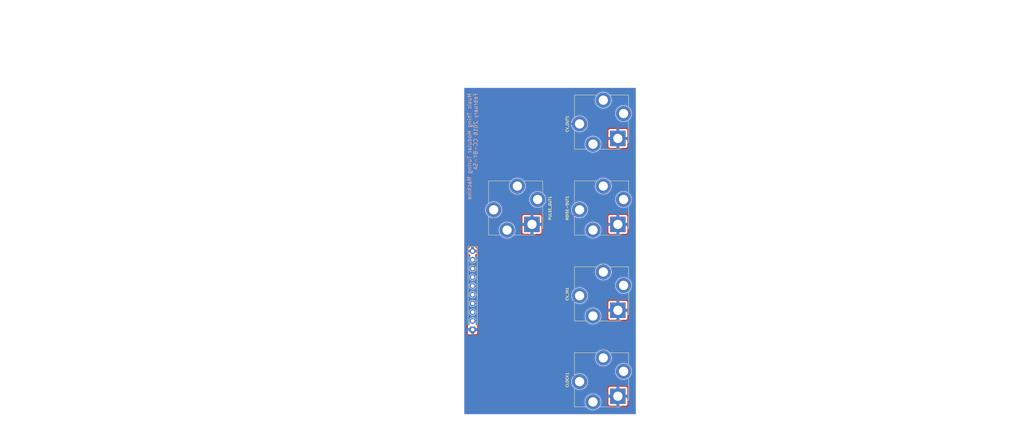
<source format=kicad_pcb>
(kicad_pcb (version 20211014) (generator pcbnew)
  (layers (0 "F.Cu" signal) (31 "B.Cu" signal) (34 "B.Paste" user) (35 "F.Paste" user) (36 "B.SilkS" user "B.Silkscreen") (37 "F.SilkS" user "F.Silkscreen") (38 "B.Mask" user) (39 "F.Mask" user) (44 "Edge.Cuts" user))
  (net 0 "")
  (net 1 "/GND")
  (net 2 "/CLOCK_IN_J")
  (net 3 "/CV_IN_J")
  (net 6 "/NOISE_OUT_J")
  (net 7 "/PULSE_OUT_J")
  (net 8 "/CV_OUT_J")
  (footprint "ao_tht:Jack_6.35mm_PJ_629HAN" (layer "F.Cu") (at 210 132.5)
    (fp_text reference "CLOCK1" (at -10 0 90) (layer "F.SilkS") (effects (font (size 0.75 0.75))))
    (fp_text value "THONKICONNNEW" hide)
    (fp_line (start 6.29 7.09) (end 5.35 7.85) (layer "F.SilkS") (width 0.12))
    (fp_line (start 7.85 5.8) (end 7.85 5.85) (layer "F.SilkS") (width 0.12))
    (fp_line (start 5.35 7.85) (end -0.5 7.85) (layer "F.SilkS") (width 0.12))
    (fp_line (start -7.9 -7.9) (end -1.5 -7.9) (layer "F.SilkS") (width 0.12))
    (fp_line (start -4.5 7.85) (end -7.9 7.85) (layer "F.SilkS") (width 0.12))
    (fp_line (start 7.85 -0.4) (end 7.85 5.8) (layer "F.SilkS") (width 0.12))
    (fp_line (start 7.85 5.85) (end 7.11 6.44) (layer "F.SilkS") (width 0.12))
    (fp_line (start 7.85 -7.9) (end 7.85 -4.7) (layer "F.SilkS") (width 0.12))
    (fp_line (start -7.9 7.85) (end -7.9 2.5) (layer "F.SilkS") (width 0.12))
    (fp_line (start 2.5 -7.9) (end 7.85 -7.9) (layer "F.SilkS") (width 0.12))
    (fp_line (start -7.9 -1.5) (end -7.9 -7.9) (layer "F.SilkS") (width 0.12))
    (pad "R" thru_hole circle locked (at 0.5 -6.4) (size 4.500001 4.500001) (drill 2.7) (layers *.Cu *.Mask))
    (pad "RN" thru_hole circle locked (at 6.4 -2.5) (size 4.500001 4.500001) (drill 2.7) (layers *.Cu *.Mask))
    (pad "S" thru_hole rect locked (at 4.74 4.74) (size 4.500001 4.500001) (drill 2.7) (layers *.Cu *.Mask) (net 1 "/GND"))
    (pad "T" thru_hole circle locked (at -6.4 0.5) (size 4.5 4.5) (drill 2.7) (layers *.Cu *.Mask) (net 2 "/CLOCK_IN_J"))
    (pad "TN" thru_hole circle locked (at -2.5 6.4) (size 4.5 4.5) (drill 2.7) (layers *.Cu *.Mask))
  )
  (footprint "Connector_PinSocket_2.54mm:PinSocket_1x10_P2.54mm_Vertical" (layer "F.Cu") (at 172.475 117.86 180)
    (fp_text reference "J2" hide)
    (fp_text value "Conn_01x10_Female" hide)
    (fp_line (start 0 -1.33) (end 1.33 -1.33) (layer "F.SilkS") (width 0.12))
    (fp_line (start -1.33 24.19) (end 1.33 24.19) (layer "F.SilkS") (width 0.12))
    (fp_line (start 1.33 1.27) (end 1.33 24.19) (layer "F.SilkS") (width 0.12))
    (fp_line (start -1.33 1.27) (end -1.33 24.19) (layer "F.SilkS") (width 0.12))
    (fp_line (start 1.33 -1.33) (end 1.33 0) (layer "F.SilkS") (width 0.12))
    (fp_line (start -1.33 1.27) (end 1.33 1.27) (layer "F.SilkS") (width 0.12))
    (pad "1" thru_hole rect (at 0 0 180) (size 1.7 1.7) (drill 1) (layers *.Cu *.Mask) (net 1 "/GND"))
    (pad "2" thru_hole oval (at 0 2.54 180) (size 1.7 1.7) (drill 1) (layers *.Cu *.Mask) (net 2 "/CLOCK_IN_J"))
    (pad "3" thru_hole oval (at 0 5.08 180) (size 1.7 1.7) (drill 1) (layers *.Cu *.Mask))
    (pad "4" thru_hole oval (at 0 7.62 180) (size 1.7 1.7) (drill 1) (layers *.Cu *.Mask) (net 3 "/CV_IN_J"))
    (pad "5" thru_hole oval (at 0 10.16 180) (size 1.7 1.7) (drill 1) (layers *.Cu *.Mask))
    (pad "6" thru_hole oval (at 0 12.7 180) (size 1.7 1.7) (drill 1) (layers *.Cu *.Mask) (net 6 "/NOISE_OUT_J"))
    (pad "7" thru_hole oval (at 0 15.24 180) (size 1.7 1.7) (drill 1) (layers *.Cu *.Mask) (net 7 "/PULSE_OUT_J"))
    (pad "8" thru_hole oval (at 0 17.78 180) (size 1.7 1.7) (drill 1) (layers *.Cu *.Mask) (net 8 "/CV_OUT_J"))
    (pad "9" thru_hole oval (at 0 20.32 180) (size 1.7 1.7) (drill 1) (layers *.Cu *.Mask))
    (pad "10" thru_hole oval (at 0 22.86 180) (size 1.7 1.7) (drill 1) (layers *.Cu *.Mask) (net 1 "/GND"))
  )
  (footprint "ao_tht:Jack_6.35mm_PJ_629HAN" (layer "F.Cu") (at 210 82.5)
    (fp_text reference "NOISE-OUT1" (at -10 0 90) (layer "F.SilkS") (effects (font (size 0.75 0.75))))
    (fp_text value "THONKICONNNEW" hide)
    (fp_line (start 5.35 7.85) (end -0.5 7.85) (layer "F.SilkS") (width 0.12))
    (fp_line (start 7.85 5.8) (end 7.85 5.85) (layer "F.SilkS") (width 0.12))
    (fp_line (start 2.5 -7.9) (end 7.85 -7.9) (layer "F.SilkS") (width 0.12))
    (fp_line (start -7.9 -7.9) (end -1.5 -7.9) (layer "F.SilkS") (width 0.12))
    (fp_line (start -4.5 7.85) (end -7.9 7.85) (layer "F.SilkS") (width 0.12))
    (fp_line (start 7.85 -7.9) (end 7.85 -4.7) (layer "F.SilkS") (width 0.12))
    (fp_line (start 7.85 5.85) (end 7.11 6.44) (layer "F.SilkS") (width 0.12))
    (fp_line (start -7.9 -1.5) (end -7.9 -7.9) (layer "F.SilkS") (width 0.12))
    (fp_line (start 7.85 -0.4) (end 7.85 5.8) (layer "F.SilkS") (width 0.12))
    (fp_line (start 6.29 7.09) (end 5.35 7.85) (layer "F.SilkS") (width 0.12))
    (fp_line (start -7.9 7.85) (end -7.9 2.5) (layer "F.SilkS") (width 0.12))
    (pad "R" thru_hole circle locked (at 0.5 -6.4) (size 4.500001 4.500001) (drill 2.7) (layers *.Cu *.Mask))
    (pad "RN" thru_hole circle locked (at 6.4 -2.5) (size 4.500001 4.500001) (drill 2.7) (layers *.Cu *.Mask))
    (pad "S" thru_hole rect locked (at 4.74 4.74) (size 4.500001 4.500001) (drill 2.7) (layers *.Cu *.Mask) (net 1 "/GND"))
    (pad "T" thru_hole circle locked (at -6.4 0.5) (size 4.5 4.5) (drill 2.7) (layers *.Cu *.Mask) (net 6 "/NOISE_OUT_J"))
    (pad "TN" thru_hole circle locked (at -2.5 6.4) (size 4.5 4.5) (drill 2.7) (layers *.Cu *.Mask))
  )
  (footprint "ao_tht:Jack_6.35mm_PJ_629HAN" (layer "F.Cu") (at 210 57.5)
    (fp_text reference "CV_OUT1" (at -10 0.5 90) (layer "F.SilkS") (effects (font (size 0.75 0.75))))
    (fp_text value "THONKICONNNEW" hide)
    (fp_line (start 7.85 -7.9) (end 7.85 -4.7) (layer "F.SilkS") (width 0.12))
    (fp_line (start 5.35 7.85) (end -0.5 7.85) (layer "F.SilkS") (width 0.12))
    (fp_line (start 2.5 -7.9) (end 7.85 -7.9) (layer "F.SilkS") (width 0.12))
    (fp_line (start -7.9 -1.5) (end -7.9 -7.9) (layer "F.SilkS") (width 0.12))
    (fp_line (start -4.5 7.85) (end -7.9 7.85) (layer "F.SilkS") (width 0.12))
    (fp_line (start -7.9 7.85) (end -7.9 2.5) (layer "F.SilkS") (width 0.12))
    (fp_line (start 7.85 -0.4) (end 7.85 5.8) (layer "F.SilkS") (width 0.12))
    (fp_line (start 7.85 5.85) (end 7.11 6.44) (layer "F.SilkS") (width 0.12))
    (fp_line (start 6.29 7.09) (end 5.35 7.85) (layer "F.SilkS") (width 0.12))
    (fp_line (start -7.9 -7.9) (end -1.5 -7.9) (layer "F.SilkS") (width 0.12))
    (fp_line (start 7.85 5.8) (end 7.85 5.85) (layer "F.SilkS") (width 0.12))
    (pad "R" thru_hole circle locked (at 0.5 -6.4) (size 4.500001 4.500001) (drill 2.7) (layers *.Cu *.Mask))
    (pad "RN" thru_hole circle locked (at 6.4 -2.5) (size 4.500001 4.500001) (drill 2.7) (layers *.Cu *.Mask))
    (pad "S" thru_hole rect locked (at 4.74 4.74) (size 4.500001 4.500001) (drill 2.7) (layers *.Cu *.Mask) (net 1 "/GND"))
    (pad "T" thru_hole circle locked (at -6.4 0.5) (size 4.5 4.5) (drill 2.7) (layers *.Cu *.Mask) (net 8 "/CV_OUT_J"))
    (pad "TN" thru_hole circle locked (at -2.5 6.4) (size 4.5 4.5) (drill 2.7) (layers *.Cu *.Mask))
  )
  (footprint "ao_tht:Jack_6.35mm_PJ_629HAN" (layer "F.Cu") (at 210 107.5)
    (fp_text reference "CV_IN1" (at -10 0 90) (layer "F.SilkS") (effects (font (size 0.75 0.75))))
    (fp_text value "THONKICONNNEW" hide)
    (fp_line (start 7.85 -0.4) (end 7.85 5.8) (layer "F.SilkS") (width 0.12))
    (fp_line (start 7.85 -7.9) (end 7.85 -4.7) (layer "F.SilkS") (width 0.12))
    (fp_line (start -7.9 -1.5) (end -7.9 -7.9) (layer "F.SilkS") (width 0.12))
    (fp_line (start -4.5 7.85) (end -7.9 7.85) (layer "F.SilkS") (width 0.12))
    (fp_line (start 6.29 7.09) (end 5.35 7.85) (layer "F.SilkS") (width 0.12))
    (fp_line (start -7.9 -7.9) (end -1.5 -7.9) (layer "F.SilkS") (width 0.12))
    (fp_line (start -7.9 7.85) (end -7.9 2.5) (layer "F.SilkS") (width 0.12))
    (fp_line (start 5.35 7.85) (end -0.5 7.85) (layer "F.SilkS") (width 0.12))
    (fp_line (start 2.5 -7.9) (end 7.85 -7.9) (layer "F.SilkS") (width 0.12))
    (fp_line (start 7.85 5.85) (end 7.11 6.44) (layer "F.SilkS") (width 0.12))
    (fp_line (start 7.85 5.8) (end 7.85 5.85) (layer "F.SilkS") (width 0.12))
    (pad "R" thru_hole circle locked (at 0.5 -6.4) (size 4.500001 4.500001) (drill 2.7) (layers *.Cu *.Mask))
    (pad "RN" thru_hole circle locked (at 6.4 -2.5) (size 4.500001 4.500001) (drill 2.7) (layers *.Cu *.Mask))
    (pad "S" thru_hole rect locked (at 4.74 4.74) (size 4.500001 4.500001) (drill 2.7) (layers *.Cu *.Mask) (net 1 "/GND"))
    (pad "T" thru_hole circle locked (at -6.4 0.5) (size 4.5 4.5) (drill 2.7) (layers *.Cu *.Mask) (net 3 "/CV_IN_J"))
    (pad "TN" thru_hole circle locked (at -2.5 6.4) (size 4.5 4.5) (drill 2.7) (layers *.Cu *.Mask))
  )
  (footprint "ao_tht:Jack_6.35mm_PJ_629HAN" (layer "F.Cu") (at 185 82.5)
    (fp_text reference "PULSE_OUT1" (at 10 0 90) (layer "F.SilkS") (effects (font (size 0.75 0.75))))
    (fp_text value "THONKICONNNEW" hide)
    (fp_line (start -4.5 7.85) (end -7.9 7.85) (layer "F.SilkS") (width 0.12))
    (fp_line (start 7.85 -0.4) (end 7.85 5.8) (layer "F.SilkS") (width 0.12))
    (fp_line (start -7.9 7.85) (end -7.9 2.5) (layer "F.SilkS") (width 0.12))
    (fp_line (start 7.85 5.8) (end 7.85 5.85) (layer "F.SilkS") (width 0.12))
    (fp_line (start 2.5 -7.9) (end 7.85 -7.9) (layer "F.SilkS") (width 0.12))
    (fp_line (start 5.35 7.85) (end -0.5 7.85) (layer "F.SilkS") (width 0.12))
    (fp_line (start 7.85 5.85) (end 7.11 6.44) (layer "F.SilkS") (width 0.12))
    (fp_line (start -7.9 -1.5) (end -7.9 -7.9) (layer "F.SilkS") (width 0.12))
    (fp_line (start 7.85 -7.9) (end 7.85 -4.7) (layer "F.SilkS") (width 0.12))
    (fp_line (start 6.29 7.09) (end 5.35 7.85) (layer "F.SilkS") (width 0.12))
    (fp_line (start -7.9 -7.9) (end -1.5 -7.9) (layer "F.SilkS") (width 0.12))
    (pad "R" thru_hole circle locked (at 0.5 -6.4) (size 4.500001 4.500001) (drill 2.7) (layers *.Cu *.Mask))
    (pad "RN" thru_hole circle locked (at 6.4 -2.5) (size 4.500001 4.500001) (drill 2.7) (layers *.Cu *.Mask))
    (pad "S" thru_hole rect locked (at 4.74 4.74) (size 4.500001 4.500001) (drill 2.7) (layers *.Cu *.Mask) (net 1 "/GND"))
    (pad "T" thru_hole circle locked (at -6.4 0.5) (size 4.5 4.5) (drill 2.7) (layers *.Cu *.Mask) (net 7 "/PULSE_OUT_J"))
    (pad "TN" thru_hole circle locked (at -2.5 6.4) (size 4.5 4.5) (drill 2.7) (layers *.Cu *.Mask))
  )
  (gr_line (start 170 142.5) (end 170 47.5) (layer "Edge.Cuts") (width 0.05))
  (gr_line (start 220 47.5) (end 220 142.5) (layer "Edge.Cuts") (width 0.05))
  (gr_line (start 220 142.5) (end 170 142.5) (layer "Edge.Cuts") (width 0.05))
  (gr_line (start 170 47.5) (end 220 47.5) (layer "Edge.Cuts") (width 0.05))
  (gr_text "Music Thing Modular Turing Machine \nFebruary 2016 CC-BY-SA\n" (at 174 49 90) (layer "B.SilkS") (effects (font (size 1.1176 1.1176) (thickness 0.1524)) (justify left bottom mirror)))
  (segment (start 185.92 115.32) (end 203.6 133) (width 0.25) (layer "F.Cu") (net 2))
  (segment (start 172.475 115.32) (end 185.92 115.32) (width 0.25) (layer "F.Cu") (net 2))
  (segment (start 172.475 110.24) (end 201.36 110.24) (width 0.25) (layer "F.Cu") (net 3))
  (segment (start 201.36 110.24) (end 203.6 108) (width 0.25) (layer "F.Cu") (net 3))
  (segment (start 172.475 105.16) (end 181.44 105.16) (width 0.25) (layer "F.Cu") (net 6))
  (segment (start 181.44 105.16) (end 203.6 83) (width 0.25) (layer "F.Cu") (net 6))
  (segment (start 172.475 102.62) (end 178.6 96.495) (width 0.25) (layer "F.Cu") (net 7))
  (segment (start 178.6 96.495) (end 178.6 83) (width 0.25) (layer "F.Cu") (net 7))
  (segment (start 175 74) (end 191 58) (width 0.25) (layer "F.Cu") (net 8))
  (segment (start 175 97.555) (end 175 74) (width 0.25) (layer "F.Cu") (net 8))
  (segment (start 172.475 100.08) (end 175 97.555) (width 0.25) (layer "F.Cu") (net 8))
  (segment (start 191 58) (end 203.6 58) (width 0.25) (layer "F.Cu") (net 8))
  (zone (net 1) (net_name "/GND") (layer "F.Cu") (connect_pads (clearance 0.508)) (min_thickness 0.254) (fill yes (thermal_gap 0.508) (thermal_bridge_width 0.508))
    (polygon (pts (xy 223.5 144) (xy 166.5 143.5) (xy 168.5 45) (xy 221.5 45.5)))
  )
  (zone (net 1) (net_name "/GND") (layer "B.Cu") (priority 6) (connect_pads (clearance 0.000001)) (min_thickness 0.4064) (fill yes (thermal_gap 0.8628) (thermal_bridge_width 0.8628))
    (polygon (pts (xy 221.5 46) (xy 222.5 143.5) (xy 167 143) (xy 168.5 46)))
  )
)
</source>
